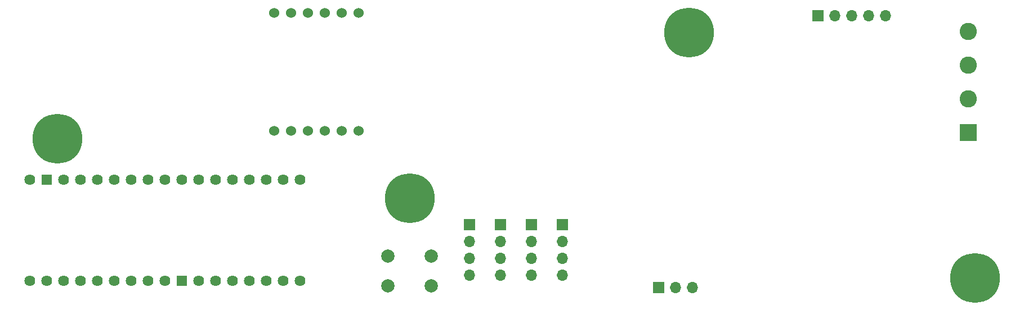
<source format=gbr>
%TF.GenerationSoftware,KiCad,Pcbnew,7.0.1-0*%
%TF.CreationDate,2023-09-22T11:11:22-04:00*%
%TF.ProjectId,Segway V7,53656777-6179-4205-9637-2e6b69636164,V1*%
%TF.SameCoordinates,Original*%
%TF.FileFunction,Soldermask,Bot*%
%TF.FilePolarity,Negative*%
%FSLAX46Y46*%
G04 Gerber Fmt 4.6, Leading zero omitted, Abs format (unit mm)*
G04 Created by KiCad (PCBNEW 7.0.1-0) date 2023-09-22 11:11:22*
%MOMM*%
%LPD*%
G01*
G04 APERTURE LIST*
G04 Aperture macros list*
%AMRoundRect*
0 Rectangle with rounded corners*
0 $1 Rounding radius*
0 $2 $3 $4 $5 $6 $7 $8 $9 X,Y pos of 4 corners*
0 Add a 4 corners polygon primitive as box body*
4,1,4,$2,$3,$4,$5,$6,$7,$8,$9,$2,$3,0*
0 Add four circle primitives for the rounded corners*
1,1,$1+$1,$2,$3*
1,1,$1+$1,$4,$5*
1,1,$1+$1,$6,$7*
1,1,$1+$1,$8,$9*
0 Add four rect primitives between the rounded corners*
20,1,$1+$1,$2,$3,$4,$5,0*
20,1,$1+$1,$4,$5,$6,$7,0*
20,1,$1+$1,$6,$7,$8,$9,0*
20,1,$1+$1,$8,$9,$2,$3,0*%
G04 Aperture macros list end*
%ADD10R,2.600000X2.600000*%
%ADD11C,2.600000*%
%ADD12C,7.500000*%
%ADD13R,1.700000X1.700000*%
%ADD14O,1.700000X1.700000*%
%ADD15C,1.625600*%
%ADD16RoundRect,0.025400X0.736600X-0.736600X0.736600X0.736600X-0.736600X0.736600X-0.736600X-0.736600X0*%
%ADD17C,2.000000*%
%ADD18C,1.524000*%
G04 APERTURE END LIST*
D10*
%TO.C,J10*%
X246000000Y-116080000D03*
D11*
X246000000Y-111000000D03*
X246000000Y-105920000D03*
X246000000Y-100840000D03*
%TD*%
D12*
%TO.C,REF\u002A\u002A*%
X109000000Y-117000000D03*
%TD*%
D13*
%TO.C,J2*%
X199500000Y-139500000D03*
D14*
X202040000Y-139500000D03*
X204580000Y-139500000D03*
%TD*%
D15*
%TO.C,U1*%
X104880000Y-138500000D03*
X107420000Y-138500000D03*
X109960000Y-138500000D03*
X112500000Y-138500000D03*
X115040000Y-138500000D03*
X117580000Y-138500000D03*
X120120000Y-138500000D03*
X122660000Y-138500000D03*
X125200000Y-138500000D03*
D16*
X127740000Y-138500000D03*
D15*
X130280000Y-138500000D03*
X132820000Y-138500000D03*
X135360000Y-138500000D03*
X137900000Y-138500000D03*
X140440000Y-138500000D03*
X142980000Y-138500000D03*
X145520000Y-138500000D03*
X145520000Y-123260000D03*
X142980000Y-123260000D03*
X140440000Y-123260000D03*
X137900000Y-123260000D03*
X135360000Y-123260000D03*
X132820000Y-123260000D03*
X130280000Y-123260000D03*
X127740000Y-123260000D03*
X125200000Y-123260000D03*
X122660000Y-123260000D03*
X120120000Y-123260000D03*
X117580000Y-123260000D03*
X115040000Y-123260000D03*
X112500000Y-123260000D03*
X109960000Y-123260000D03*
D16*
X107420000Y-123260000D03*
D15*
X104880000Y-123260000D03*
%TD*%
D13*
%TO.C,J8*%
X223420000Y-98500000D03*
D14*
X225960000Y-98500000D03*
X228500000Y-98500000D03*
X231040000Y-98500000D03*
X233580000Y-98500000D03*
%TD*%
D13*
%TO.C,J3*%
X171000000Y-130000000D03*
D14*
X171000000Y-132540000D03*
X171000000Y-135080000D03*
X171000000Y-137620000D03*
%TD*%
D13*
%TO.C,J7*%
X185000000Y-130000000D03*
D14*
X185000000Y-132540000D03*
X185000000Y-135080000D03*
X185000000Y-137620000D03*
%TD*%
D13*
%TO.C,J4*%
X175650000Y-130000000D03*
D14*
X175650000Y-132540000D03*
X175650000Y-135080000D03*
X175650000Y-137620000D03*
%TD*%
D12*
%TO.C,REF\u002A\u002A*%
X204000000Y-101000000D03*
%TD*%
D17*
%TO.C,SW3*%
X158750000Y-134750000D03*
X165250000Y-134750000D03*
X158750000Y-139250000D03*
X165250000Y-139250000D03*
%TD*%
D18*
%TO.C,A1*%
X141650000Y-115890000D03*
X144190000Y-115890000D03*
X146730000Y-115890000D03*
X149270000Y-115890000D03*
X151810000Y-115890000D03*
X154350000Y-115890000D03*
X141650000Y-98110000D03*
X144190000Y-98110000D03*
X146730000Y-98110000D03*
X149270000Y-98110000D03*
X151810000Y-98110000D03*
X154350000Y-98110000D03*
%TD*%
D13*
%TO.C,J5*%
X180300000Y-130000000D03*
D14*
X180300000Y-132540000D03*
X180300000Y-135080000D03*
X180300000Y-137620000D03*
%TD*%
D12*
%TO.C,REF\u002A\u002A*%
X162000000Y-126000000D03*
%TD*%
%TO.C,REF\u002A\u002A*%
X247000000Y-138000000D03*
%TD*%
M02*

</source>
